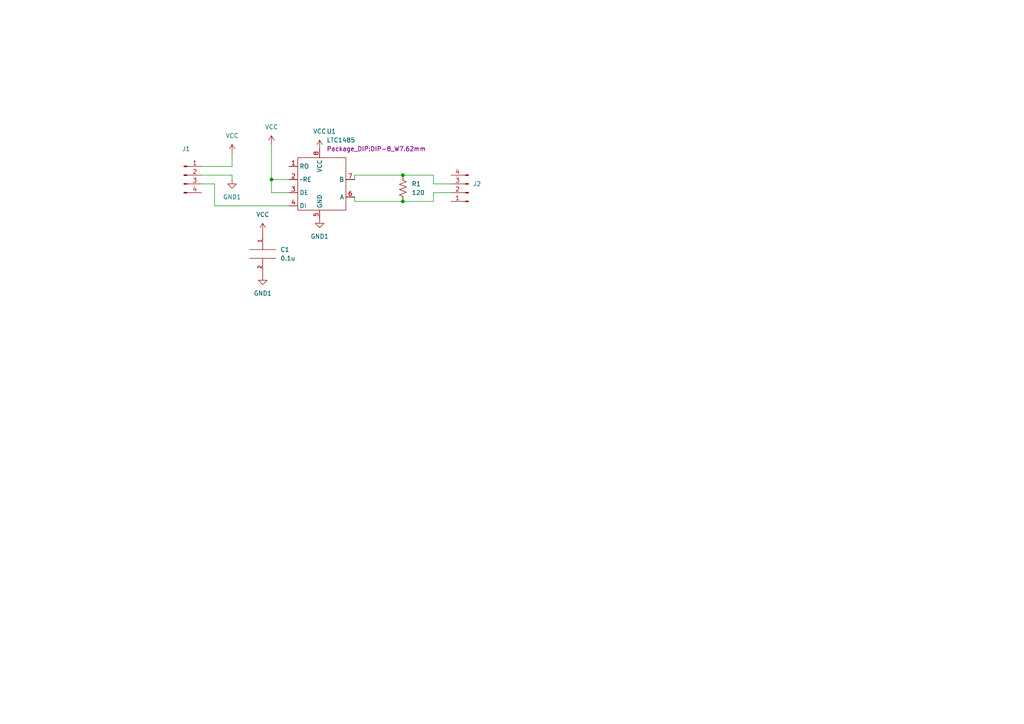
<source format=kicad_sch>
(kicad_sch (version 20211123) (generator eeschema)
  (paper "A4")
  (lib_symbols
    (symbol "Connector:Conn_01x04_Male" (pin_names (offset 1.016) hide)
      (property "Reference" "J" (at 0 5.08 0))
      (property "Value" "Conn_01x04_Male" (at 0 -7.62 0))
      (symbol "Conn_01x04_Male_1_1"
        (polyline (pts (xy 1.27 -5.08) (xy 0.8636 -5.08)) (stroke (width 0.1524)))
        (polyline (pts (xy 1.27 -2.54) (xy 0.8636 -2.54)) (stroke (width 0.1524)))
        (polyline (pts (xy 1.27 0) (xy 0.8636 0)) (stroke (width 0.1524)))
        (polyline (pts (xy 1.27 2.54) (xy 0.8636 2.54)) (stroke (width 0.1524)))
        (rectangle (start 0.8636 -4.953) (end 0 -5.207) (stroke (width 0.1524)) (fill (type outline)))
        (rectangle (start 0.8636 -2.413) (end 0 -2.667) (stroke (width 0.1524)) (fill (type outline)))
        (rectangle (start 0.8636 0.127) (end 0 -0.127) (stroke (width 0.1524)) (fill (type outline)))
        (rectangle (start 0.8636 2.667) (end 0 2.413) (stroke (width 0.1524)) (fill (type outline)))
        (pin passive line (at 5.08 2.54 180) (length 3.81) (name "Pin_1") (number "1"))
        (pin passive line (at 5.08 0 180) (length 3.81) (name "Pin_2") (number "2"))
        (pin passive line (at 5.08 -2.54 180) (length 3.81) (name "Pin_3") (number "3"))
        (pin passive line (at 5.08 -5.08 180) (length 3.81) (name "Pin_4") (number "4"))
      )
    )
    (symbol "Device:R_US" (pin_numbers hide) (pin_names (offset 0))
      (property "Reference" "R" (at 2.54 0 90))
      (property "Value" "R_US" (at -2.54 0 90))
      (symbol "R_US_0_1"
        (polyline (pts (xy 0 -2.286) (xy 0 -2.54)))
        (polyline (pts (xy 0 2.286) (xy 0 2.54)))
        (polyline (pts (xy 0 -0.762) (xy 1.016 -1.143) (xy 0 -1.524) (xy -1.016 -1.905) (xy 0 -2.286)))
        (polyline (pts (xy 0 0.762) (xy 1.016 0.381) (xy 0 0) (xy -1.016 -0.381) (xy 0 -0.762)))
        (polyline (pts (xy 0 2.286) (xy 1.016 1.905) (xy 0 1.524) (xy -1.016 1.143) (xy 0 0.762)))
      )
      (symbol "R_US_1_1"
        (pin passive line (at 0 3.81 270) (length 1.27) (name "~") (number "1"))
        (pin passive line (at 0 -3.81 90) (length 1.27) (name "~") (number "2"))
      )
    )
    (symbol "power:GND1" (power) (pin_names (offset 0))
      (property "Value" "GND1" (at 0 -3.81 0))
      (symbol "GND1_0_1"
        (polyline (pts (xy 0 0) (xy 0 -1.27) (xy 1.27 -1.27) (xy 0 -2.54) (xy -1.27 -1.27) (xy 0 -1.27)))
      )
      (symbol "GND1_1_1"
        (pin power_in line (at 0 0 270) (length 0) hide (name "GND1") (number "1"))
      )
    )
    (symbol "power:VCC" (power) (pin_names (offset 0))
      (property "Value" "VCC" (at 0 3.81 0))
      (symbol "VCC_0_1"
        (polyline (pts (xy -0.762 1.27) (xy 0 2.54)))
        (polyline (pts (xy 0 0) (xy 0 2.54)))
        (polyline (pts (xy 0 2.54) (xy 0.762 1.27)))
      )
      (symbol "VCC_1_1"
        (pin power_in line (at 0 0 90) (length 0) hide (name "VCC") (number "1"))
      )
    )
    (symbol "pspice:CAP" (pin_names (offset 0.254))
      (property "Reference" "C" (at 2.54 3.81 90))
      (property "Value" "CAP" (at 2.54 -3.81 90))
      (symbol "CAP_0_1"
        (polyline (pts (xy -3.81 -1.27) (xy 3.81 -1.27)))
        (polyline (pts (xy -3.81 1.27) (xy 3.81 1.27)))
      )
      (symbol "CAP_1_1"
        (pin passive line (at 0 6.35 270) (length 5.08) (name "~") (number "1"))
        (pin passive line (at 0 -6.35 90) (length 5.08) (name "~") (number "2"))
      )
    )
    (symbol "sync:LTC1485"
      (property "Reference" "U" (at 2.54 3.81 0))
      (property "Value" "LTC1485" (at -8.89 3.81 0))
      (property "Footprint" "Package_DIP:DIP-8_W7.62mm" (at 0 0 0))
      (symbol "LTC1485_0_1"
        (rectangle (start -7.62 1.27) (end 6.35 -13.97))
      )
      (symbol "LTC1485_1_1"
        (pin output line (at -10.16 -1.27 0) (length 2.54) (name "RO") (number "1"))
        (pin input line (at -10.16 -5.08 0) (length 2.54) (name "~RE") (number "2"))
        (pin input line (at -10.16 -8.89 0) (length 2.54) (name "DE") (number "3"))
        (pin input line (at -10.16 -12.7 0) (length 2.54) (name "DI") (number "4"))
        (pin power_in line (at -1.27 -16.51 90) (length 2.54) (name "GND") (number "5"))
        (pin bidirectional line (at 8.89 -10.16 180) (length 2.54) (name "A") (number "6"))
        (pin bidirectional line (at 8.89 -5.08 180) (length 2.54) (name "B") (number "7"))
        (pin power_in line (at -1.27 3.81 270) (length 2.54) (name "VCC") (number "8"))
      )
    )
  )
  (junction (at 116.84 50.8))
  (junction (at 116.84 58.42))
  (junction (at 78.74 52.07))
  (wire (pts (xy 62.23 53.34) (xy 62.23 59.69)))
  (wire (pts (xy 102.87 58.42) (xy 102.87 57.15)))
  (wire (pts (xy 116.84 58.42) (xy 102.87 58.42)))
  (wire (pts (xy 83.82 55.88) (xy 78.74 55.88)))
  (wire (pts (xy 58.42 53.34) (xy 62.23 53.34)))
  (wire (pts (xy 125.73 55.88) (xy 125.73 58.42)))
  (wire (pts (xy 130.81 55.88) (xy 125.73 55.88)))
  (wire (pts (xy 58.42 50.8) (xy 67.31 50.8)))
  (wire (pts (xy 67.31 48.26) (xy 67.31 44.45)))
  (wire (pts (xy 78.74 52.07) (xy 83.82 52.07)))
  (wire (pts (xy 62.23 59.69) (xy 83.82 59.69)))
  (wire (pts (xy 130.81 53.34) (xy 125.73 53.34)))
  (wire (pts (xy 125.73 53.34) (xy 125.73 50.8)))
  (wire (pts (xy 78.74 55.88) (xy 78.74 52.07)))
  (wire (pts (xy 102.87 50.8) (xy 102.87 52.07)))
  (wire (pts (xy 58.42 48.26) (xy 67.31 48.26)))
  (wire (pts (xy 116.84 50.8) (xy 102.87 50.8)))
  (wire (pts (xy 125.73 58.42) (xy 116.84 58.42)))
  (wire (pts (xy 125.73 50.8) (xy 116.84 50.8)))
  (wire (pts (xy 67.31 50.8) (xy 67.31 52.07)))
  (wire (pts (xy 78.74 41.91) (xy 78.74 52.07)))
  (symbol (lib_id "power:GND1") (at 92.71 63.5 0) (unit 1)
    (property "Reference" "#PWR07" (effects hide))
    (property "Value" "GND1" (at 92.71 68.58 0))
  )
  (symbol (lib_id "power:GND1") (at 76.2 80.01 0) (unit 1)
    (property "Reference" "#PWR04" (effects hide))
    (property "Value" "GND1" (at 76.2 85.09 0))
  )
  (symbol (lib_id "sync:LTC1485") (at 93.98 46.99 0) (unit 1)
    (property "Reference" "U1" (at 94.7294 38.1 0) (effects (justify left)))
    (property "Value" "LTC1485" (at 94.7294 40.64 0) (effects (justify left)))
    (property "Footprint" "Package_DIP:DIP-8_W7.62mm" (at 94.7294 43.18 0) (effects (justify left)))
  )
  (symbol (lib_id "power:VCC") (at 78.74 41.91 0) (unit 1)
    (property "Reference" "#PWR05" (effects hide))
    (property "Value" "VCC" (at 78.74 36.83 0))
  )
  (symbol (lib_id "power:VCC") (at 67.31 44.45 0) (unit 1)
    (property "Reference" "#PWR01" (effects hide))
    (property "Value" "VCC" (at 67.31 39.37 0))
  )
  (symbol (lib_id "power:GND1") (at 67.31 52.07 0) (unit 1)
    (property "Reference" "#PWR02" (effects hide))
    (property "Value" "GND1" (at 67.31 57.15 0))
  )
  (symbol (lib_id "Connector:Conn_01x04_Male") (at 53.34 50.8 0) (unit 1)
    (property "Reference" "J1" (at 53.975 43.18 0))
    (property "Value" "Conn_01x04_Male" (effects hide))
    (property "Footprint" "Connector_PinHeader_2.54mm:PinHeader_1x04_P2.54mm_Vertical" (effects hide))
  )
  (symbol (lib_id "Device:R_US") (at 116.84 54.61 0) (unit 1)
    (property "Reference" "R1" (at 119.38 53.3399 0) (effects (justify left)))
    (property "Value" "120" (at 119.38 55.8799 0) (effects (justify left)))
    (property "Footprint" "Resistor_SMD:R_0603_1608Metric" (effects hide))
  )
  (symbol (lib_id "power:VCC") (at 92.71 43.18 0) (unit 1)
    (property "Reference" "#PWR06" (effects hide))
    (property "Value" "VCC" (at 92.71 38.1 0))
  )
  (symbol (lib_id "pspice:CAP") (at 76.2 73.66 0) (unit 1)
    (property "Reference" "C1" (at 81.28 72.3899 0) (effects (justify left)))
    (property "Value" "0.1u" (at 81.28 74.9299 0) (effects (justify left)))
    (property "Footprint" "Capacitor_SMD:C_0603_1608Metric" (effects hide))
  )
  (symbol (lib_id "power:VCC") (at 76.2 67.31 0) (unit 1)
    (property "Reference" "#PWR03" (effects hide))
    (property "Value" "VCC" (at 76.2 62.23 0))
  )
  (symbol (lib_id "Connector:Conn_01x04_Male") (at 135.89 55.88 180) (unit 1)
    (property "Reference" "J2" (at 137.16 53.3399 0) (effects (justify right)))
    (property "Value" "Conn_01x04_Male" (effects hide))
    (property "Footprint" "Connector_JST:JST_XA_S04B-XASK-1_1x04_P2.50mm_Horizontal" (effects hide))
  )
)
</source>
